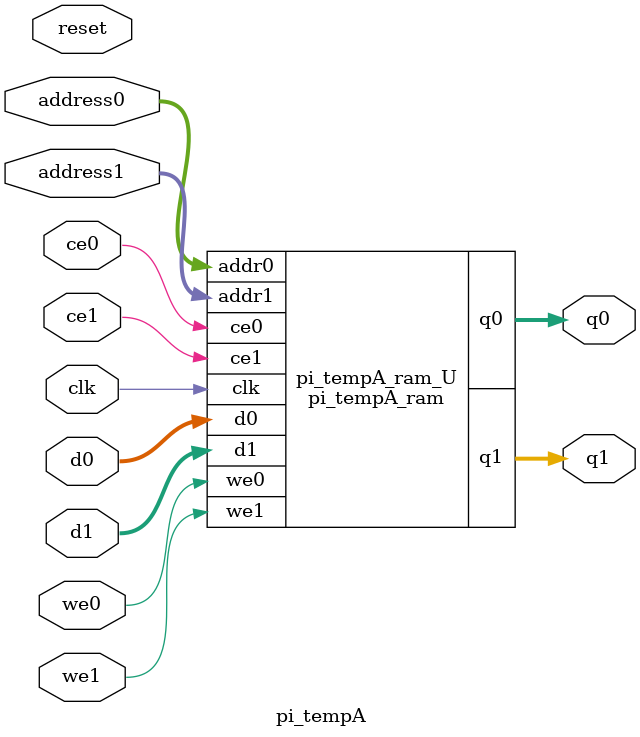
<source format=v>
`timescale 1 ns / 1 ps
module pi_tempA_ram (addr0, ce0, d0, we0, q0, addr1, ce1, d1, we1, q1,  clk);

parameter DWIDTH = 64;
parameter AWIDTH = 5;
parameter MEM_SIZE = 25;

input[AWIDTH-1:0] addr0;
input ce0;
input[DWIDTH-1:0] d0;
input we0;
output reg[DWIDTH-1:0] q0;
input[AWIDTH-1:0] addr1;
input ce1;
input[DWIDTH-1:0] d1;
input we1;
output reg[DWIDTH-1:0] q1;
input clk;

(* ram_style = "block" *)reg [DWIDTH-1:0] ram[0:MEM_SIZE-1];




always @(posedge clk)  
begin 
    if (ce0) begin
        if (we0) 
            ram[addr0] <= d0; 
        q0 <= ram[addr0];
    end
end


always @(posedge clk)  
begin 
    if (ce1) begin
        if (we1) 
            ram[addr1] <= d1; 
        q1 <= ram[addr1];
    end
end


endmodule

`timescale 1 ns / 1 ps
module pi_tempA(
    reset,
    clk,
    address0,
    ce0,
    we0,
    d0,
    q0,
    address1,
    ce1,
    we1,
    d1,
    q1);

parameter DataWidth = 32'd64;
parameter AddressRange = 32'd25;
parameter AddressWidth = 32'd5;
input reset;
input clk;
input[AddressWidth - 1:0] address0;
input ce0;
input we0;
input[DataWidth - 1:0] d0;
output[DataWidth - 1:0] q0;
input[AddressWidth - 1:0] address1;
input ce1;
input we1;
input[DataWidth - 1:0] d1;
output[DataWidth - 1:0] q1;



pi_tempA_ram pi_tempA_ram_U(
    .clk( clk ),
    .addr0( address0 ),
    .ce0( ce0 ),
    .we0( we0 ),
    .d0( d0 ),
    .q0( q0 ),
    .addr1( address1 ),
    .ce1( ce1 ),
    .we1( we1 ),
    .d1( d1 ),
    .q1( q1 ));

endmodule


</source>
